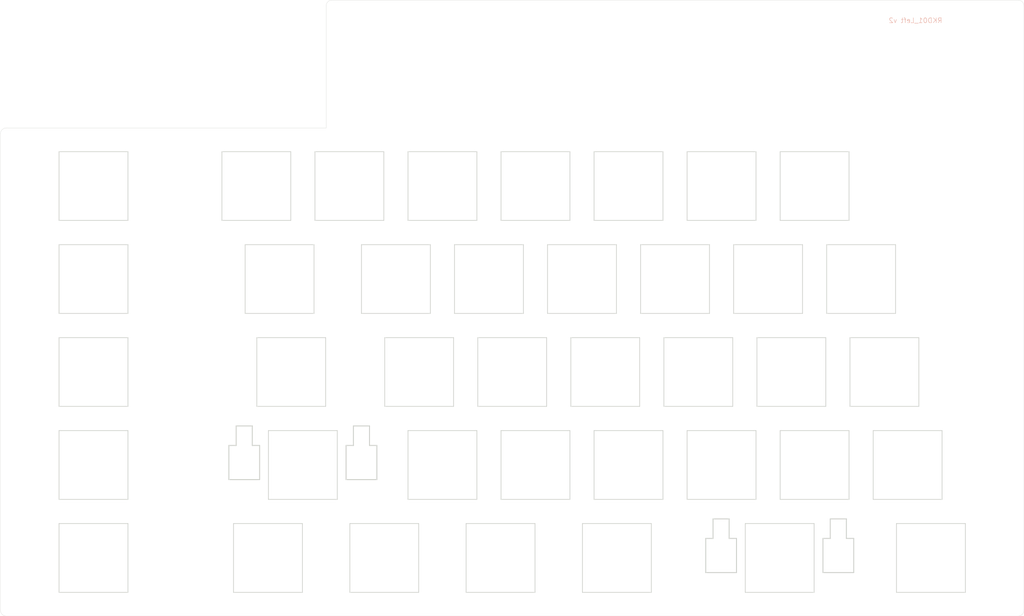
<source format=kicad_pcb>
(kicad_pcb (version 20240108) (generator "pcbnew") (generator_version "8.0")
  (layers (0 "F.Cu" signal) (31 "B.Cu" signal) (34 "B.Paste" user) (35 "F.Paste" user) (36 "B.SilkS" user "B.Silkscreen") (37 "F.SilkS" user "F.Silkscreen") (38 "B.Mask" user) (39 "F.Mask" user) (44 "Edge.Cuts" user))
  (net 0 "")
  (footprint "kbd_SW_Hole:SW_Hole_1u" (layer "F.Cu") (at 130.9688 57.15)
    (property "Reference" "SW21" (hide yes))
    (property "Value" "SW_Push" (hide yes))
    (fp_line (start -7.05 -7.05) (end 7.05 -7.05) (stroke (width 0.15)) (layer "Edge.Cuts"))
    (fp_line (start -7.05 7.05) (end -7.05 -7.05) (stroke (width 0.15)) (layer "Edge.Cuts"))
    (fp_line (start 7.05 -7.05) (end 7.05 7.05) (stroke (width 0.15)) (layer "Edge.Cuts"))
    (fp_line (start 7.05 7.05) (end -7.05 7.05) (stroke (width 0.15)) (layer "Edge.Cuts"))
  )
  (footprint "kbd_Hole:m2_Screw_Hole" (layer "F.Cu") (at 178.5938 66.675)
    (property "Reference" "M7")
    (property "Value" "Mark")
    (pad "" np_thru_hole circle (at 0 0) (size 2.2 2.2) (drill 2.2) (layers "*.Cu" "*.Mask"))
  )
  (footprint "kbd_SW_Hole:SW_Hole_1u" (layer "F.Cu") (at 40.4813 114.3)
    (property "Reference" "SW4" (hide yes))
    (property "Value" "SW_Push" (hide yes))
    (fp_line (start -7.05 -7.05) (end 7.05 -7.05) (stroke (width 0.15)) (layer "Edge.Cuts"))
    (fp_line (start -7.05 7.05) (end -7.05 -7.05) (stroke (width 0.15)) (layer "Edge.Cuts"))
    (fp_line (start 7.05 -7.05) (end 7.05 7.05) (stroke (width 0.15)) (layer "Edge.Cuts"))
    (fp_line (start 7.05 7.05) (end -7.05 7.05) (stroke (width 0.15)) (layer "Edge.Cuts"))
  )
  (footprint "kbd_SW_Hole:SW_Hole_1u" (layer "F.Cu") (at 211.9313 133.35)
    (property "Reference" "SW39" (hide yes))
    (property "Value" "SW_Push" (hide yes))
    (fp_line (start -7.05 -7.05) (end 7.05 -7.05) (stroke (width 0.15)) (layer "Edge.Cuts"))
    (fp_line (start -7.05 7.05) (end -7.05 -7.05) (stroke (width 0.15)) (layer "Edge.Cuts"))
    (fp_line (start 7.05 -7.05) (end 7.05 7.05) (stroke (width 0.15)) (layer "Edge.Cuts"))
    (fp_line (start 7.05 7.05) (end -7.05 7.05) (stroke (width 0.15)) (layer "Edge.Cuts"))
  )
  (footprint "kbd_SW_Hole:SW_Hole_1u" (layer "F.Cu") (at 121.4438 76.2)
    (property "Reference" "SW17" (hide yes))
    (property "Value" "SW_Push" (hide yes))
    (fp_line (start -7.05 -7.05) (end 7.05 -7.05) (stroke (width 0.15)) (layer "Edge.Cuts"))
    (fp_line (start -7.05 7.05) (end -7.05 -7.05) (stroke (width 0.15)) (layer "Edge.Cuts"))
    (fp_line (start 7.05 -7.05) (end 7.05 7.05) (stroke (width 0.15)) (layer "Edge.Cuts"))
    (fp_line (start 7.05 7.05) (end -7.05 7.05) (stroke (width 0.15)) (layer "Edge.Cuts"))
  )
  (footprint "kbd_SW_Hole:SW_Hole_1u" (layer "F.Cu") (at 107.1563 95.25)
    (property "Reference" "SW13" (hide yes))
    (property "Value" "SW_Push" (hide yes))
    (fp_line (start -7.05 -7.05) (end 7.05 -7.05) (stroke (width 0.15)) (layer "Edge.Cuts"))
    (fp_line (start -7.05 7.05) (end -7.05 -7.05) (stroke (width 0.15)) (layer "Edge.Cuts"))
    (fp_line (start 7.05 -7.05) (end 7.05 7.05) (stroke (width 0.15)) (layer "Edge.Cuts"))
    (fp_line (start 7.05 7.05) (end -7.05 7.05) (stroke (width 0.15)) (layer "Edge.Cuts"))
  )
  (footprint "kbd_SW_Hole:SW_Hole_1u" (layer "F.Cu") (at 145.2563 95.25)
    (property "Reference" "SW23" (hide yes))
    (property "Value" "SW_Push" (hide yes))
    (fp_line (start -7.05 -7.05) (end 7.05 -7.05) (stroke (width 0.15)) (layer "Edge.Cuts"))
    (fp_line (start -7.05 7.05) (end -7.05 -7.05) (stroke (width 0.15)) (layer "Edge.Cuts"))
    (fp_line (start 7.05 -7.05) (end 7.05 7.05) (stroke (width 0.15)) (layer "Edge.Cuts"))
    (fp_line (start 7.05 7.05) (end -7.05 7.05) (stroke (width 0.15)) (layer "Edge.Cuts"))
  )
  (footprint "kbd_Hole:m2_Screw_Hole" (layer "F.Cu") (at 23.8125 47.625)
    (property "Reference" "M5")
    (property "Value" "Mark")
    (pad "" np_thru_hole circle (at 0 0) (size 2.2 2.2) (drill 2.2) (layers "*.Cu" "*.Mask"))
  )
  (footprint "kbd_SW_Hole:SW_Hole_1u" (layer "F.Cu") (at 111.9188 114.3)
    (property "Reference" "SW14" (hide yes))
    (property "Value" "SW_Push" (hide yes))
    (fp_line (start -7.05 -7.05) (end 7.05 -7.05) (stroke (width 0.15)) (layer "Edge.Cuts"))
    (fp_line (start -7.05 7.05) (end -7.05 -7.05) (stroke (width 0.15)) (layer "Edge.Cuts"))
    (fp_line (start 7.05 -7.05) (end 7.05 7.05) (stroke (width 0.15)) (layer "Edge.Cuts"))
    (fp_line (start 7.05 7.05) (end -7.05 7.05) (stroke (width 0.15)) (layer "Edge.Cuts"))
  )
  (footprint "kbd_SW_Hole:SW_Hole_1u" (layer "F.Cu") (at 100.0126 133.35)
    (property "Reference" "SW15" (hide yes))
    (property "Value" "SW_Push" (hide yes))
    (fp_line (start -7.05 -7.05) (end 7.05 -7.05) (stroke (width 0.15)) (layer "Edge.Cuts"))
    (fp_line (start -7.05 7.05) (end -7.05 -7.05) (stroke (width 0.15)) (layer "Edge.Cuts"))
    (fp_line (start 7.05 -7.05) (end 7.05 7.05) (stroke (width 0.15)) (layer "Edge.Cuts"))
    (fp_line (start 7.05 7.05) (end -7.05 7.05) (stroke (width 0.15)) (layer "Edge.Cuts"))
  )
  (footprint "kbd_SW_Hole:SW_Hole_1u" (layer "F.Cu") (at 102.3938 76.2)
    (property "Reference" "SW12" (hide yes))
    (property "Value" "SW_Push" (hide yes))
    (fp_line (start -7.05 -7.05) (end 7.05 -7.05) (stroke (width 0.15)) (layer "Edge.Cuts"))
    (fp_line (start -7.05 7.05) (end -7.05 -7.05) (stroke (width 0.15)) (layer "Edge.Cuts"))
    (fp_line (start 7.05 -7.05) (end 7.05 7.05) (stroke (width 0.15)) (layer "Edge.Cuts"))
    (fp_line (start 7.05 7.05) (end -7.05 7.05) (stroke (width 0.15)) (layer "Edge.Cuts"))
  )
  (footprint "kbd_Hole:m2_Screw_Hole" (layer "F.Cu") (at 116.68125 104.775)
    (property "Reference" "M8")
    (property "Value" "Mark")
    (pad "" np_thru_hole circle (at 0 0) (size 2.2 2.2) (drill 2.2) (layers "*.Cu" "*.Mask"))
  )
  (footprint "kbd_SW_Hole:SW_Hole_1u" (layer "F.Cu") (at 183.3563 95.25)
    (property "Reference" "SW33" (hide yes))
    (property "Value" "SW_Push" (hide yes))
    (fp_line (start -7.05 -7.05) (end 7.05 -7.05) (stroke (width 0.15)) (layer "Edge.Cuts"))
    (fp_line (start -7.05 7.05) (end -7.05 -7.05) (stroke (width 0.15)) (layer "Edge.Cuts"))
    (fp_line (start 7.05 -7.05) (end 7.05 7.05) (stroke (width 0.15)) (layer "Edge.Cuts"))
    (fp_line (start 7.05 7.05) (end -7.05 7.05) (stroke (width 0.15)) (layer "Edge.Cuts"))
  )
  (footprint "kbd_SW_Hole:SW_Hole_1u" (layer "F.Cu") (at 147.6376 133.35)
    (property "Reference" "SW25" (hide yes))
    (property "Value" "SW_Push" (hide yes))
    (fp_line (start -7.05 -7.05) (end 7.05 -7.05) (stroke (width 0.15)) (layer "Edge.Cuts"))
    (fp_line (start -7.05 7.05) (end -7.05 -7.05) (stroke (width 0.15)) (layer "Edge.Cuts"))
    (fp_line (start 7.05 -7.05) (end 7.05 7.05) (stroke (width 0.15)) (layer "Edge.Cuts"))
    (fp_line (start 7.05 7.05) (end -7.05 7.05) (stroke (width 0.15)) (layer "Edge.Cuts"))
  )
  (footprint "kbd_SW_Hole:SW_Hole_1u" (layer "F.Cu") (at 92.8688 57.15)
    (property "Reference" "SW11" (hide yes))
    (property "Value" "SW_Push" (hide yes))
    (fp_line (start -7.05 -7.05) (end 7.05 -7.05) (stroke (width 0.15)) (layer "Edge.Cuts"))
    (fp_line (start -7.05 7.05) (end -7.05 -7.05) (stroke (width 0.15)) (layer "Edge.Cuts"))
    (fp_line (start 7.05 -7.05) (end 7.05 7.05) (stroke (width 0.15)) (layer "Edge.Cuts"))
    (fp_line (start 7.05 7.05) (end -7.05 7.05) (stroke (width 0.15)) (layer "Edge.Cuts"))
  )
  (footprint "kbd_SW_Hole:SW_Hole_1u" (layer "F.Cu") (at 140.4938 76.2)
    (property "Reference" "SW22" (hide yes))
    (property "Value" "SW_Push" (hide yes))
    (fp_line (start -7.05 -7.05) (end 7.05 -7.05) (stroke (width 0.15)) (layer "Edge.Cuts"))
    (fp_line (start -7.05 7.05) (end -7.05 -7.05) (stroke (width 0.15)) (layer "Edge.Cuts"))
    (fp_line (start 7.05 -7.05) (end 7.05 7.05) (stroke (width 0.15)) (layer "Edge.Cuts"))
    (fp_line (start 7.05 7.05) (end -7.05 7.05) (stroke (width 0.15)) (layer "Edge.Cuts"))
  )
  (footprint "kbd_Hole:m2_Screw_Hole" (layer "F.Cu") (at 226.2188 23.8125)
    (property "Reference" "M2")
    (property "Value" "Mark")
    (pad "" np_thru_hole circle (at 0 0) (size 2.2 2.2) (drill 2.2) (layers "*.Cu" "*.Mask"))
  )
  (footprint "kbd_SW_Hole:SW_Hole_1u" (layer "F.Cu") (at 159.5438 76.2)
    (property "Reference" "SW27" (hide yes))
    (property "Value" "SW_Push" (hide yes))
    (fp_line (start -7.05 -7.05) (end 7.05 -7.05) (stroke (width 0.15)) (layer "Edge.Cuts"))
    (fp_line (start -7.05 7.05) (end -7.05 -7.05) (stroke (width 0.15)) (layer "Edge.Cuts"))
    (fp_line (start 7.05 -7.05) (end 7.05 7.05) (stroke (width 0.15)) (layer "Edge.Cuts"))
    (fp_line (start 7.05 7.05) (end -7.05 7.05) (stroke (width 0.15)) (layer "Edge.Cuts"))
  )
  (footprint "kbd_SW_Hole:Stab_Hole_Choc_2u_Top" (layer "F.Cu") (at 83.34375 114.3)
    (property "Reference" "SW66" (hide yes))
    (property "Value" "SW_PUSH" (hide yes))
    (fp_line (start -15.15 -4) (end -15.15 3) (stroke (width 0.2)) (layer "Edge.Cuts"))
    (fp_line (start -13.65 -8) (end -13.65 -4) (stroke (width 0.2)) (layer "Edge.Cuts"))
    (fp_line (start -13.65 -8) (end -10.35 -8) (stroke (width 0.2)) (layer "Edge.Cuts"))
    (fp_line (start -13.65 -4) (end -15.15 -4) (stroke (width 0.2)) (layer "Edge.Cuts"))
    (fp_line (start -10.35 -8) (end -10.35 -4) (stroke (width 0.2)) (layer "Edge.Cuts"))
    (fp_line (start -10.35 -4) (end -8.85 -4) (stroke (width 0.2)) (layer "Edge.Cuts"))
    (fp_line (start -8.85 -4) (end -8.85 3) (stroke (width 0.2)) (layer "Edge.Cuts"))
    (fp_line (start -8.85 3) (end -15.15 3) (stroke (width 0.2)) (layer "Edge.Cuts"))
    (fp_line (start 8.85 -4) (end 8.85 3) (stroke (width 0.2)) (layer "Edge.Cuts"))
    (fp_line (start 10.35 -8) (end 10.35 -4) (stroke (width 0.2)) (layer "Edge.Cuts"))
    (fp_line (start 10.35 -8) (end 13.65 -8) (stroke (width 0.2)) (layer "Edge.Cuts"))
    (fp_line (start 10.35 -4) (end 8.85 -4) (stroke (width 0.2)) (layer "Edge.Cuts"))
    (fp_line (start 13.65 -8) (end 13.65 -4) (stroke (width 0.2)) (layer "Edge.Cuts"))
    (fp_line (start 13.65 -4) (end 15.15 -4) (stroke (width 0.2)) (layer "Edge.Cuts"))
    (fp_line (start 15.15 -4) (end 15.15 3) (stroke (width 0.2)) (layer "Edge.Cuts"))
    (fp_line (start 15.15 3) (end 8.85 3) (stroke (width 0.2)) (layer "Edge.Cuts"))
  )
  (footprint "kbd_SW_Hole:SW_Hole_1u" (layer "F.Cu") (at 130.9688 114.3)
    (property "Reference" "SW19" (hide yes))
    (property "Value" "SW_Push" (hide yes))
    (fp_line (start -7.05 -7.05) (end 7.05 -7.05) (stroke (width 0.15)) (layer "Edge.Cuts"))
    (fp_line (start -7.05 7.05) (end -7.05 -7.05) (stroke (width 0.15)) (layer "Edge.Cuts"))
    (fp_line (start 7.05 -7.05) (end 7.05 7.05) (stroke (width 0.15)) (layer "Edge.Cuts"))
    (fp_line (start 7.05 7.05) (end -7.05 7.05) (stroke (width 0.15)) (layer "Edge.Cuts"))
  )
  (footprint "kbd_SW_Hole:SW_Hole_1u" (layer "F.Cu") (at 169.0688 114.3)
    (property "Reference" "SW29" (hide yes))
    (property "Value" "SW_Push" (hide yes))
    (fp_line (start -7.05 -7.05) (end 7.05 -7.05) (stroke (width 0.15)) (layer "Edge.Cuts"))
    (fp_line (start -7.05 7.05) (end -7.05 -7.05) (stroke (width 0.15)) (layer "Edge.Cuts"))
    (fp_line (start 7.05 -7.05) (end 7.05 7.05) (stroke (width 0.15)) (layer "Edge.Cuts"))
    (fp_line (start 7.05 7.05) (end -7.05 7.05) (stroke (width 0.15)) (layer "Edge.Cuts"))
  )
  (footprint "kbd_SW_Hole:SW_Hole_1u" (layer "F.Cu") (at 76.2001 133.35)
    (property "Reference" "SW10" (hide yes))
    (property "Value" "SW_Push" (hide yes))
    (fp_line (start -7.05 -7.05) (end 7.05 -7.05) (stroke (width 0.15)) (layer "Edge.Cuts"))
    (fp_line (start -7.05 7.05) (end -7.05 -7.05) (stroke (width 0.15)) (layer "Edge.Cuts"))
    (fp_line (start 7.05 -7.05) (end 7.05 7.05) (stroke (width 0.15)) (layer "Edge.Cuts"))
    (fp_line (start 7.05 7.05) (end -7.05 7.05) (stroke (width 0.15)) (layer "Edge.Cuts"))
  )
  (footprint "kbd_SW_Hole:SW_Hole_1u" (layer "F.Cu") (at 197.6438 76.2)
    (property "Reference" "SW36" (hide yes))
    (property "Value" "SW_Push" (hide yes))
    (fp_line (start -7.05 -7.05) (end 7.05 -7.05) (stroke (width 0.15)) (layer "Edge.Cuts"))
    (fp_line (start -7.05 7.05) (end -7.05 -7.05) (stroke (width 0.15)) (layer "Edge.Cuts"))
    (fp_line (start 7.05 -7.05) (end 7.05 7.05) (stroke (width 0.15)) (layer "Edge.Cuts"))
    (fp_line (start 7.05 7.05) (end -7.05 7.05) (stroke (width 0.15)) (layer "Edge.Cuts"))
  )
  (footprint "kbd_SW_Hole:SW_Hole_1u" (layer "F.Cu") (at 126.2063 95.25)
    (property "Reference" "SW18" (hide yes))
    (property "Value" "SW_Push" (hide yes))
    (fp_line (start -7.05 -7.05) (end 7.05 -7.05) (stroke (width 0.15)) (layer "Edge.Cuts"))
    (fp_line (start -7.05 7.05) (end -7.05 -7.05) (stroke (width 0.15)) (layer "Edge.Cuts"))
    (fp_line (start 7.05 -7.05) (end 7.05 7.05) (stroke (width 0.15)) (layer "Edge.Cuts"))
    (fp_line (start 7.05 7.05) (end -7.05 7.05) (stroke (width 0.15)) (layer "Edge.Cuts"))
  )
  (footprint "kbd_SW_Hole:SW_Hole_1u" (layer "F.Cu") (at 111.9188 57.15)
    (property "Reference" "SW16" (hide yes))
    (property "Value" "SW_Push" (hide yes))
    (fp_line (start -7.05 -7.05) (end 7.05 -7.05) (stroke (width 0.15)) (layer "Edge.Cuts"))
    (fp_line (start -7.05 7.05) (end -7.05 -7.05) (stroke (width 0.15)) (layer "Edge.Cuts"))
    (fp_line (start 7.05 -7.05) (end 7.05 7.05) (stroke (width 0.15)) (layer "Edge.Cuts"))
    (fp_line (start 7.05 7.05) (end -7.05 7.05) (stroke (width 0.15)) (layer "Edge.Cuts"))
  )
  (footprint "kbd_Hole:m2_Screw_Hole" (layer "F.Cu") (at 92.8688 23.8125)
    (property "Reference" "M1")
    (property "Value" "Mark")
    (pad "" np_thru_hole circle (at 0 0) (size 2.2 2.2) (drill 2.2) (layers "*.Cu" "*.Mask"))
  )
  (footprint "kbd_SW_Hole:SW_Hole_1u" (layer "F.Cu") (at 188.1188 57.15)
    (property "Reference" "SW35" (hide yes))
    (property "Value" "SW_Push" (hide yes))
    (fp_line (start -7.05 -7.05) (end 7.05 -7.05) (stroke (width 0.15)) (layer "Edge.Cuts"))
    (fp_line (start -7.05 7.05) (end -7.05 -7.05) (stroke (width 0.15)) (layer "Edge.Cuts"))
    (fp_line (start 7.05 -7.05) (end 7.05 7.05) (stroke (width 0.15)) (layer "Edge.Cuts"))
    (fp_line (start 7.05 7.05) (end -7.05 7.05) (stroke (width 0.15)) (layer "Edge.Cuts"))
  )
  (footprint "kbd_Hole:m2_Screw_Hole" (layer "F.Cu") (at 226.2188 140.4937)
    (property "Reference" "M4")
    (property "Value" "Mark")
    (pad "" np_thru_hole circle (at 0 0) (size 2.2 2.2) (drill 2.2) (layers "*.Cu" "*.Mask"))
  )
  (footprint "kbd_SW_Hole:SW_Hole_1u" (layer "F.Cu") (at 188.1188 114.3)
    (property "Reference" "SW34" (hide yes))
    (property "Value" "SW_Push" (hide yes))
    (fp_line (start -7.05 -7.05) (end 7.05 -7.05) (stroke (width 0.15)) (layer "Edge.Cuts"))
    (fp_line (start -7.05 7.05) (end -7.05 -7.05) (stroke (width 0.15)) (layer "Edge.Cuts"))
    (fp_line (start 7.05 -7.05) (end 7.05 7.05) (stroke (width 0.15)) (layer "Edge.Cuts"))
    (fp_line (start 7.05 7.05) (end -7.05 7.05) (stroke (width 0.15)) (layer "Edge.Cuts"))
  )
  (footprint "kbd_SW_Hole:SW_Hole_1u" (layer "F.Cu") (at 164.3063 95.25)
    (property "Reference" "SW28" (hide yes))
    (property "Value" "SW_Push" (hide yes))
    (fp_line (start -7.05 -7.05) (end 7.05 -7.05) (stroke (width 0.15)) (layer "Edge.Cuts"))
    (fp_line (start -7.05 7.05) (end -7.05 -7.05) (stroke (width 0.15)) (layer "Edge.Cuts"))
    (fp_line (start 7.05 -7.05) (end 7.05 7.05) (stroke (width 0.15)) (layer "Edge.Cuts"))
    (fp_line (start 7.05 7.05) (end -7.05 7.05) (stroke (width 0.15)) (layer "Edge.Cuts"))
  )
  (footprint "kbd_SW_Hole:SW_Hole_1u" (layer "F.Cu") (at 169.0688 57.15)
    (property "Reference" "SW31" (hide yes))
    (property "Value" "SW_Push" (hide yes))
    (fp_line (start -7.05 -7.05) (end 7.05 -7.05) (stroke (width 0.15)) (layer "Edge.Cuts"))
    (fp_line (start -7.05 7.05) (end -7.05 -7.05) (stroke (width 0.15)) (layer "Edge.Cuts"))
    (fp_line (start 7.05 -7.05) (end 7.05 7.05) (stroke (width 0.15)) (layer "Edge.Cuts"))
    (fp_line (start 7.05 7.05) (end -7.05 7.05) (stroke (width 0.15)) (layer "Edge.Cuts"))
  )
  (footprint "kbd_SW_Hole:SW_Hole_1u" (layer "F.Cu") (at 73.8188 57.15)
    (property "Reference" "SW6" (hide yes))
    (property "Value" "SW_Push" (hide yes))
    (fp_line (start -7.05 -7.05) (end 7.05 -7.05) (stroke (width 0.15)) (layer "Edge.Cuts"))
    (fp_line (start -7.05 7.05) (end -7.05 -7.05) (stroke (width 0.15)) (layer "Edge.Cuts"))
    (fp_line (start 7.05 -7.05) (end 7.05 7.05) (stroke (width 0.15)) (layer "Edge.Cuts"))
    (fp_line (start 7.05 7.05) (end -7.05 7.05) (stroke (width 0.15)) (layer "Edge.Cuts"))
  )
  (footprint "kbd_SW_Hole:SW_Hole_1u" (layer "F.Cu") (at 150.0188 57.15)
    (property "Reference" "SW26" (hide yes))
    (property "Value" "SW_Push" (hide yes))
    (fp_line (start -7.05 -7.05) (end 7.05 -7.05) (stroke (width 0.15)) (layer "Edge.Cuts"))
    (fp_line (start -7.05 7.05) (end -7.05 -7.05) (stroke (width 0.15)) (layer "Edge.Cuts"))
    (fp_line (start 7.05 -7.05) (end 7.05 7.05) (stroke (width 0.15)) (layer "Edge.Cuts"))
    (fp_line (start 7.05 7.05) (end -7.05 7.05) (stroke (width 0.15)) (layer "Edge.Cuts"))
  )
  (footprint "kbd_SW_Hole:SW_Hole_1u" (layer "F.Cu") (at 40.4813 57.15)
    (property "Reference" "SW1" (hide yes))
    (property "Value" "SW_Push" (hide yes))
    (fp_line (start -7.05 -7.05) (end 7.05 -7.05) (stroke (width 0.15)) (layer "Edge.Cuts"))
    (fp_line (start -7.05 7.05) (end -7.05 -7.05) (stroke (width 0.15)) (layer "Edge.Cuts"))
    (fp_line (start 7.05 -7.05) (end 7.05 7.05) (stroke (width 0.15)) (layer "Edge.Cuts"))
    (fp_line (start 7.05 7.05) (end -7.05 7.05) (stroke (width 0.15)) (layer "Edge.Cuts"))
  )
  (footprint "kbd_SW_Hole:Stab_Hole_Choc_2u_Top" (layer "F.Cu") (at 180.975 133.35)
    (property "Reference" "SW66" (hide yes))
    (property "Value" "SW_PUSH" (hide yes))
    (fp_line (start -15.15 -4) (end -15.15 3) (stroke (width 0.2)) (layer "Edge.Cuts"))
    (fp_line (start -13.65 -8) (end -13.65 -4) (stroke (width 0.2)) (layer "Edge.Cuts"))
    (fp_line (start -13.65 -8) (end -10.35 -8) (stroke (width 0.2)) (layer "Edge.Cuts"))
    (fp_line (start -13.65 -4) (end -15.15 -4) (stroke (width 0.2)) (layer "Edge.Cuts"))
    (fp_line (start -10.35 -8) (end -10.35 -4) (stroke (width 0.2)) (layer "Edge.Cuts"))
    (fp_line (start -10.35 -4) (end -8.85 -4) (stroke (width 0.2)) (layer "Edge.Cuts"))
    (fp_line (start -8.85 -4) (end -8.85 3) (stroke (width 0.2)) (layer "Edge.Cuts"))
    (fp_line (start -8.85 3) (end -15.15 3) (stroke (width 0.2)) (layer "Edge.Cuts"))
    (fp_line (start 8.85 -4) (end 8.85 3) (stroke (width 0.2)) (layer "Edge.Cuts"))
    (fp_line (start 10.35 -8) (end 10.35 -4) (stroke (width 0.2)) (layer "Edge.Cuts"))
    (fp_line (start 10.35 -8) (end 13.65 -8) (stroke (width 0.2)) (layer "Edge.Cuts"))
    (fp_line (start 10.35 -4) (end 8.85 -4) (stroke (width 0.2)) (layer "Edge.Cuts"))
    (fp_line (start 13.65 -8) (end 13.65 -4) (stroke (width 0.2)) (layer "Edge.Cuts"))
    (fp_line (start 13.65 -4) (end 15.15 -4) (stroke (width 0.2)) (layer "Edge.Cuts"))
    (fp_line (start 15.15 -4) (end 15.15 3) (stroke (width 0.2)) (layer "Edge.Cuts"))
    (fp_line (start 15.15 3) (end 8.85 3) (stroke (width 0.2)) (layer "Edge.Cuts"))
  )
  (footprint "kbd_SW_Hole:SW_Hole_1u" (layer "F.Cu") (at 202.4063 95.25)
    (property "Reference" "SW37" (hide yes))
    (property "Value" "SW_Push" (hide yes))
    (fp_line (start -7.05 -7.05) (end 7.05 -7.05) (stroke (width 0.15)) (layer "Edge.Cuts"))
    (fp_line (start -7.05 7.05) (end -7.05 -7.05) (stroke (width 0.15)) (layer "Edge.Cuts"))
    (fp_line (start 7.05 -7.05) (end 7.05 7.05) (stroke (width 0.15)) (layer "Edge.Cuts"))
    (fp_line (start 7.05 7.05) (end -7.05 7.05) (stroke (width 0.15)) (layer "Edge.Cuts"))
  )
  (footprint "kbd_SW_Hole:SW_Hole_1.5u" (layer "F.Cu") (at 78.5813 76.2)
    (property "Reference" "SW7" (hide yes))
    (property "Value" "SW_Push" (hide yes))
    (fp_line (start -7.05 -7.05) (end 7.05 -7.05) (stroke (width 0.15)) (layer "Edge.Cuts"))
    (fp_line (start -7.05 7.05) (end -7.05 -7.05) (stroke (width 0.15)) (layer "Edge.Cuts"))
    (fp_line (start 7.05 -7.05) (end 7.05 7.05) (stroke (width 0.15)) (layer "Edge.Cuts"))
    (fp_line (start 7.05 7.05) (end -7.05 7.05) (stroke (width 0.15)) (layer "Edge.Cuts"))
  )
  (footprint "kbd_SW_Hole:SW_Hole_1u" (layer "F.Cu") (at 150.0188 114.3)
    (property "Reference" "SW24" (hide yes))
    (property "Value" "SW_Push" (hide yes))
    (fp_line (start -7.05 -7.05) (end 7.05 -7.05) (stroke (width 0.15)) (layer "Edge.Cuts"))
    (fp_line (start -7.05 7.05) (end -7.05 -7.05) (stroke (width 0.15)) (layer "Edge.Cuts"))
    (fp_line (start 7.05 -7.05) (end 7.05 7.05) (stroke (width 0.15)) (layer "Edge.Cuts"))
    (fp_line (start 7.05 7.05) (end -7.05 7.05) (stroke (width 0.15)) (layer "Edge.Cuts"))
  )
  (footprint "kbd_SW_Hole:SW_Hole_1.75u" (layer "F.Cu") (at 80.9626 95.25)
    (property "Reference" "SW8" (hide yes))
    (property "Value" "SW_Push" (hide yes))
    (fp_line (start -7.05 -7.05) (end 7.05 -7.05) (stroke (width 0.15)) (layer "Edge.Cuts"))
    (fp_line (start -7.05 7.05) (end -7.05 -7.05) (stroke (width 0.15)) (layer "Edge.Cuts"))
    (fp_line (start 7.05 -7.05) (end 7.05 7.05) (stroke (width 0.15)) (layer "Edge.Cuts"))
    (fp_line (start 7.05 7.05) (end -7.05 7.05) (stroke (width 0.15)) (layer "Edge.Cuts"))
  )
  (footprint "kbd_Hole:m2_Screw_Hole" (layer "F.Cu") (at 26.1938 140.4937)
    (property "Reference" "M3")
    (property "Value" "Mark")
    (pad "" np_thru_hole circle (at 0 0) (size 2.2 2.2) (drill 2.2) (layers "*.Cu" "*.Mask"))
  )
  (footprint "kbd_SW_Hole:SW_Hole_1u" (layer "F.Cu") (at 40.4813 95.25)
    (property "Reference" "SW3" (hide yes))
    (property "Value" "SW_Push" (hide yes))
    (fp_line (start -7.05 -7.05) (end 7.05 -7.05) (stroke (width 0.15)) (layer "Edge.Cuts"))
    (fp_line (start -7.05 7.05) (end -7.05 -7.05) (stroke (width 0.15)) (layer "Edge.Cuts"))
    (fp_line (start 7.05 -7.05) (end 7.05 7.05) (stroke (width 0.15)) (layer "Edge.Cuts"))
    (fp_line (start 7.05 7.05) (end -7.05 7.05) (stroke (width 0.15)) (layer "Edge.Cuts"))
  )
  (footprint "kbd_SW_Hole:SW_Hole_1u" (layer "F.Cu") (at 83.3438 114.3)
    (property "Reference" "SW9" (hide yes))
    (property "Value" "SW_Push" (hide yes))
    (fp_line (start -7.05 -7.05) (end 7.05 -7.05) (stroke (width 0.15)) (layer "Edge.Cuts"))
    (fp_line (start -7.05 7.05) (end -7.05 -7.05) (stroke (width 0.15)) (layer "Edge.Cuts"))
    (fp_line (start 7.05 -7.05) (end 7.05 7.05) (stroke (width 0.15)) (layer "Edge.Cuts"))
    (fp_line (start 7.05 7.05) (end -7.05 7.05) (stroke (width 0.15)) (layer "Edge.Cuts"))
  )
  (footprint "kbd_SW_Hole:SW_Hole_1u" (layer "F.Cu") (at 178.5938 76.2)
    (property "Reference" "SW32" (hide yes))
    (property "Value" "SW_Push" (hide yes))
    (fp_line (start -7.05 -7.05) (end 7.05 -7.05) (stroke (width 0.15)) (layer "Edge.Cuts"))
    (fp_line (start -7.05 7.05) (end -7.05 -7.05) (stroke (width 0.15)) (layer "Edge.Cuts"))
    (fp_line (start 7.05 -7.05) (end 7.05 7.05) (stroke (width 0.15)) (layer "Edge.Cuts"))
    (fp_line (start 7.05 7.05) (end -7.05 7.05) (stroke (width 0.15)) (layer "Edge.Cuts"))
  )
  (footprint "kbd_SW_Hole:SW_Hole_1u" (layer "F.Cu") (at 40.4813 133.35)
    (property "Reference" "SW5" (hide yes))
    (property "Value" "SW_Push" (hide yes))
    (fp_line (start -7.05 -7.05) (end 7.05 -7.05) (stroke (width 0.15)) (layer "Edge.Cuts"))
    (fp_line (start -7.05 7.05) (end -7.05 -7.05) (stroke (width 0.15)) (layer "Edge.Cuts"))
    (fp_line (start 7.05 -7.05) (end 7.05 7.05) (stroke (width 0.15)) (layer "Edge.Cuts"))
    (fp_line (start 7.05 7.05) (end -7.05 7.05) (stroke (width 0.15)) (layer "Edge.Cuts"))
  )
  (footprint "kbd_SW_Hole:SW_Hole_1u" (layer "F.Cu") (at 40.4813 76.2)
    (property "Reference" "SW2" (hide yes))
    (property "Value" "SW_Push" (hide yes))
    (fp_line (start -7.05 -7.05) (end 7.05 -7.05) (stroke (width 0.15)) (layer "Edge.Cuts"))
    (fp_line (start -7.05 7.05) (end -7.05 -7.05) (stroke (width 0.15)) (layer "Edge.Cuts"))
    (fp_line (start 7.05 -7.05) (end 7.05 7.05) (stroke (width 0.15)) (layer "Edge.Cuts"))
    (fp_line (start 7.05 7.05) (end -7.05 7.05) (stroke (width 0.15)) (layer "Edge.Cuts"))
  )
  (footprint "kbd_SW_Hole:SW_Hole_1u" (layer "F.Cu") (at 207.1688 114.3)
    (property "Reference" "SW38" (hide yes))
    (property "Value" "SW_Push" (hide yes))
    (fp_line (start -7.05 -7.05) (end 7.05 -7.05) (stroke (width 0.15)) (layer "Edge.Cuts"))
    (fp_line (start -7.05 7.05) (end -7.05 -7.05) (stroke (width 0.15)) (layer "Edge.Cuts"))
    (fp_line (start 7.05 -7.05) (end 7.05 7.05) (stroke (width 0.15)) (layer "Edge.Cuts"))
    (fp_line (start 7.05 7.05) (end -7.05 7.05) (stroke (width 0.15)) (layer "Edge.Cuts"))
  )
  (footprint "kbd_SW_Hole:SW_Hole_1u" (layer "F.Cu") (at 180.9751 133.35)
    (property "Reference" "SW30" (hide yes))
    (property "Value" "SW_Push" (hide yes))
    (fp_line (start -7.05 -7.05) (end 7.05 -7.05) (stroke (width 0.15)) (layer "Edge.Cuts"))
    (fp_line (start -7.05 7.05) (end -7.05 -7.05) (stroke (width 0.15)) (layer "Edge.Cuts"))
    (fp_line (start 7.05 -7.05) (end 7.05 7.05) (stroke (width 0.15)) (layer "Edge.Cuts"))
    (fp_line (start 7.05 7.05) (end -7.05 7.05) (stroke (width 0.15)) (layer "Edge.Cuts"))
  )
  (footprint "kbd_SW_Hole:SW_Hole_1u" (layer "F.Cu") (at 123.8251 133.35)
    (property "Reference" "SW20" (hide yes))
    (property "Value" "SW_Push" (hide yes))
    (fp_line (start -7.05 -7.05) (end 7.05 -7.05) (stroke (width 0.15)) (layer "Edge.Cuts"))
    (fp_line (start -7.05 7.05) (end -7.05 -7.05) (stroke (width 0.15)) (layer "Edge.Cuts"))
    (fp_line (start 7.05 -7.05) (end 7.05 7.05) (stroke (width 0.15)) (layer "Edge.Cuts"))
    (fp_line (start 7.05 7.05) (end -7.05 7.05) (stroke (width 0.15)) (layer "Edge.Cuts"))
  )
  (gr_line (start 229.79065 19.05) (end 89.29687 19.049995) (stroke (width 0.05)) (layer "Edge.Cuts"))
  (gr_line (start 22.621875 45.24375) (end 88.10625 45.24375) (stroke (width 0.05)) (layer "Edge.Cuts"))
  (gr_arc (start 21.43125 46.434375) (mid 21.779976 45.592476) (end 22.621875 45.24375) (stroke (width 0.05)) (layer "Edge.Cuts"))
  (gr_arc (start 22.621875 145.25625) (mid 21.779976 144.907524) (end 21.43125 144.065625) (stroke (width 0.05)) (layer "Edge.Cuts"))
  (gr_arc (start 229.79065 19.05) (mid 230.632524 19.398736) (end 230.981275 20.240625) (stroke (width 0.05)) (layer "Edge.Cuts"))
  (gr_line (start 88.106245 20.24062) (end 88.10625 45.24375) (stroke (width 0.05)) (layer "Edge.Cuts"))
  (gr_arc (start 88.106245 20.24062) (mid 88.454972 19.398722) (end 89.29687 19.049995) (stroke (width 0.05)) (layer "Edge.Cuts"))
  (gr_arc (start 230.981275 144.06565) (mid 230.632542 144.907542) (end 229.79065 145.256275) (stroke (width 0.05)) (layer "Edge.Cuts"))
  (gr_line (start 22.621875 145.25625) (end 229.79065 145.256275) (stroke (width 0.05)) (layer "Edge.Cuts"))
  (gr_line (start 230.98125 144.065625) (end 230.981275 20.240625) (stroke (width 0.05)) (layer "Edge.Cuts"))
  (gr_line (start 21.43125 144.065625) (end 21.43125 46.434375) (stroke (width 0.05)) (layer "Edge.Cuts"))
  (gr_text "RKD01_Left v2" (at 214.3125 23.8125 0) (layer "B.SilkS") (effects (font (size 1 1) (thickness 0.1)) (justify left bottom mirror)))
)
</source>
